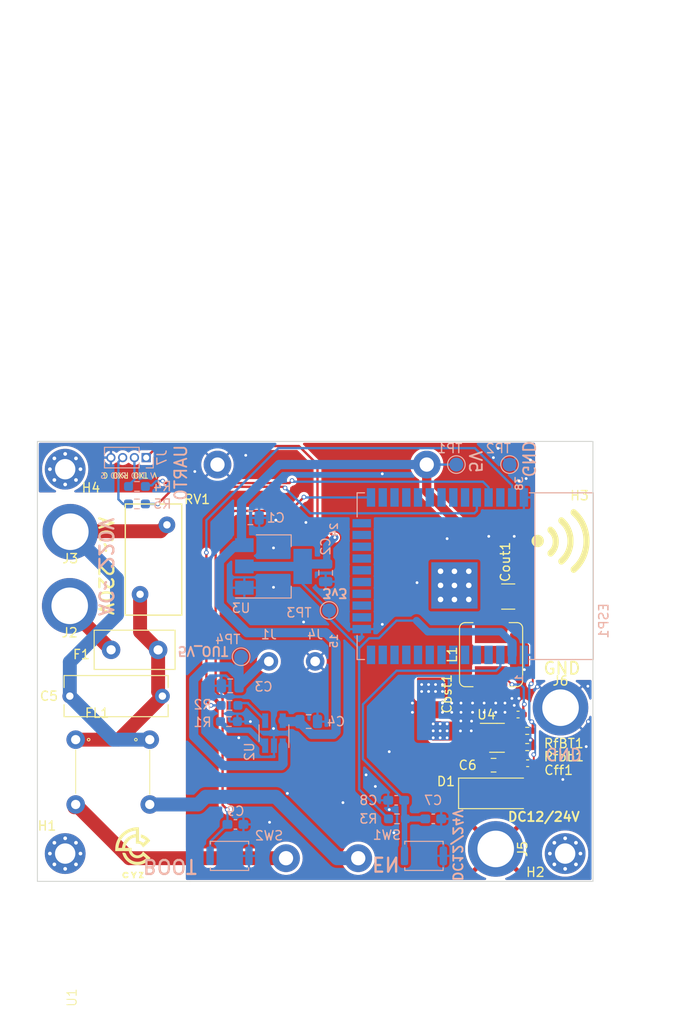
<source format=kicad_pcb>
(kicad_pcb (version 20221018) (generator pcbnew)
  (layers (0 "F.Cu" signal) (31 "B.Cu" signal) (34 "B.Paste" user) (35 "F.Paste" user) (36 "B.SilkS" user "B.Silkscreen") (37 "F.SilkS" user "F.Silkscreen") (38 "B.Mask" user) (39 "F.Mask" user) (44 "Edge.Cuts" user))
  (net 0 "")
  (net 1 "5V")
  (net 2 "GND")
  (net 3 "/EN")
  (net 4 "/IO0")
  (net 5 "Net-(ESP1-RXD0)")
  (net 17 "Net-(ESP1-TXD0)")
  (net 27 "/TXD0")
  (net 36 "/RXD0")
  (net 38 "3V3")
  (net 39 "5V_OUT")
  (net 40 "Net-(C5-Pad1)")
  (net 41 "Net-(U1-AC1)")
  (net 42 "Net-(U1-AC2)")
  (net 43 "Net-(U2-SET)")
  (net 44 "Net-(U2-EN)")
  (net 45 "/CHARGER_EN")
  (net 46 "Net-(J3-Pin_1)")
  (net 47 "Net-(J2-Pin_1)")
  (net 48 "Net-(D1-K)")
  (net 49 "Net-(U4-FB)")
  (net 50 "Net-(U4-BOOT)")
  (net 51 "Net-(U4-SW)")
  (net 52 "Net-(D1-A)")
  (footprint "Capacitor_SMD:C_0402_1005Metric_Pad0.74x0.62mm_HandSolder" (layer "F.Cu") (at 151.924 90.62)
    (fp_text reference "Cbst1")
    (fp_text value "100nF")
  )
  (footprint "Capacitor_THT:C_Rect_L11.0mm_W4.2mm_P10.00mm_MKT" (layer "F.Cu") (at 113.51 88.63 180)
    (fp_text reference "C5")
    (fp_text value "0.1uF ")
  )
  (footprint "Resistor_SMD:R_0402_1005Metric_Pad0.72x0.64mm_HandSolder" (layer "F.Cu") (at 152.9125 92.38)
    (fp_text reference "RfBT1")
    (fp_text value "100k" hide)
  )
  (footprint "LOGO" (layer "F.Cu") (at 156.51 71.88 -90)
    (fp_text reference "G***" hide)
    (fp_text value "LOGO" hide)
  )
  (footprint "YZ-Connector:BlockTerminal" (layer "F.Cu") (at 156.51 89.88)
    (fp_text reference "J6")
    (fp_text value "Conn_01x01_Socket")
  )
  (footprint "Diode_SMD:D_SMA_Handsoldering" (layer "F.Cu") (at 150.01 99.13)
    (fp_text reference "D1")
    (fp_text value "D")
  )
  (footprint "LOGO" (layer "F.Cu") (at 111.044 105.39)
    (fp_text reference "G***" hide)
    (fp_text value "LOGO" hide)
  )
  (footprint "MountingHole:MountingHole_2.2mm_M2_Pad_Via" (layer "F.Cu") (at 103.01 64.13)
    (fp_text reference "H4")
    (fp_text value "MountingHole")
  )
  (footprint "Capacitor_SMD:C_1210_3225Metric_Pad1.33x2.70mm_HandSolder" (layer "F.Cu") (at 150.86 77.88)
    (fp_text reference "Cout1")
    (fp_text value "47uF")
  )
  (footprint "Capacitor_SMD:C_0402_1005Metric_Pad0.74x0.62mm_HandSolder" (layer "F.Cu") (at 152.96 95.88 180)
    (fp_text reference "Cff1")
    (fp_text value "68pF" hide)
  )
  (footprint "MountingHole:MountingHole_2.2mm_M2_Pad_Via" (layer "F.Cu") (at 103.01 105.63)
    (fp_text reference "H1")
    (fp_text value "MountingHole")
  )
  (footprint "Inductor_SMD:L_Bourns_SRP7028A_7.3x6.6mm" (layer "F.Cu") (at 149.01 84.155 90)
    (fp_text reference "L1")
    (fp_text value "L")
  )
  (footprint "YZ-Connector:BlockTerminal" (layer "F.Cu") (at 103.564 70.88 180)
    (fp_text reference "J3")
    (fp_text value "Conn_01x01_Socket")
  )
  (footprint "YZ-Connector:BlockTerminal" (layer "F.Cu") (at 103.5 78.88 180)
    (fp_text reference "J2")
    (fp_text value "Conn_01x01_Socket")
  )
  (footprint "Resistor_SMD:R_0402_1005Metric_Pad0.72x0.64mm_HandSolder" (layer "F.Cu") (at 152.9125 94.13 180)
    (fp_text reference "Rfbb1")
    (fp_text value "13.7k" hide)
  )
  (footprint "Capacitor_SMD:C_0805_2012Metric" (layer "F.Cu") (at 149.28 96.09)
    (fp_text reference "C6")
    (fp_text value "10uF")
  )
  (footprint "YZ-PWR:UU9.8" (layer "F.Cu") (at 102.644 93.83)
    (fp_text reference "FL1")
    (fp_text value "Filter_EMI_CommonMode")
  )
  (footprint "MountingHole:MountingHole_2.2mm_M2_Pad_Via" (layer "F.Cu") (at 157.01 105.63)
    (fp_text reference "H2")
    (fp_text value "MountingHole")
  )
  (footprint "Varistor:RV_Disc_D12mm_W6.1mm_P7.5mm" (layer "F.Cu") (at 111.1 77.6375 90)
    (fp_text reference "RV1")
    (fp_text value "Varistor")
  )
  (footprint "MountingHole:MountingHole_2.2mm_M2_ISO14580" (layer "F.Cu") (at 157.01 64.13)
    (fp_text reference "H3")
    (fp_text value "MountingHole")
  )
  (footprint "YZ-Connector:BlockTerminal" (layer "F.Cu") (at 149.51 105.13 -90)
    (fp_text reference "J5")
    (fp_text value "Conn_01x01_Socket")
  )
  (footprint "Fuse:Fuse_Littelfuse_395Series" (layer "F.Cu") (at 107.97 83.63)
    (fp_text reference "F1")
    (fp_text value "2010T1A250V")
  )
  (footprint "Package_TO_SOT_SMD:SOT-23-6" (layer "F.Cu") (at 149.6475 93.13)
    (fp_text reference "U4")
    (fp_text value "TPS54202DDC" hide)
  )
  (footprint "YZ-PWR:HLK-10M05" (layer "F.Cu") (at 116.51 108.63 90)
    (fp_text reference "U1")
    (fp_text value "HLK_5V")
  )
  (footprint "Capacitor_SMD:C_0805_2012Metric" (layer "B.Cu") (at 129.31 91.38 180)
    (fp_text reference "C4")
    (fp_text value "10uF")
  )
  (footprint "Capacitor_SMD:C_0805_2012Metric" (layer "B.Cu") (at 131.141589 75.32 -90)
    (fp_text reference "C2")
    (fp_text value "10uF")
  )
  (footprint "Capacitor_SMD:C_0603_1608Metric_Pad1.08x0.95mm_HandSolder" (layer "B.Cu") (at 142.76 101.88)
    (fp_text reference "C7")
    (fp_text value "0.1uF")
  )
  (footprint "YZ-PWR:springNeedle" (layer "B.Cu") (at 125.01 84.88 180)
    (fp_text reference "J1")
    (fp_text value "Conn_01x01_Socket")
  )
  (footprint "TestPoint:TestPoint_Pad_D1.5mm" (layer "B.Cu") (at 145.26 63.63)
    (fp_text reference "TP1")
    (fp_text value "TestPoint")
  )
  (footprint "Resistor_SMD:R_0603_1608Metric_Pad0.98x0.95mm_HandSolder" (layer "B.Cu") (at 120.76 89.63 180)
    (fp_text reference "R2")
    (fp_text value "0")
  )
  (footprint "YZ-PWR:springNeedle" (layer "B.Cu") (at 130.01 84.88 180)
    (fp_text reference "J4")
    (fp_text value "Conn_01x01_Socket")
  )
  (footprint "Resistor_SMD:R_0603_1608Metric_Pad0.98x0.95mm_HandSolder" (layer "B.Cu") (at 120.6975 91.38)
    (fp_text reference "R1")
    (fp_text value "4.6k")
  )
  (footprint "TestPoint:TestPoint_Pad_D1.5mm" (layer "B.Cu") (at 122.01 84.38 180)
    (fp_text reference "TP4")
    (fp_text value "TestPoint")
  )
  (footprint "TestPoint:TestPoint_Pad_D1.5mm" (layer "B.Cu") (at 131.51 79.38 180)
    (fp_text reference "TP3")
    (fp_text value "TestPoint")
  )
  (footprint "Resistor_SMD:R_0603_1608Metric_Pad0.98x0.95mm_HandSolder" (layer "B.Cu") (at 110.76 67.88 180)
    (fp_text reference "R5")
    (fp_text value "0")
  )
  (footprint "Package_TO_SOT_SMD:SOT-23-5_HandSoldering" (layer "B.Cu") (at 125.56 92.63 90)
    (fp_text reference "U2")
    (fp_text value "MT9700")
  )
  (footprint "TestPoint:TestPoint_Pad_D1.5mm" (layer "B.Cu") (at 151.01 63.63)
    (fp_text reference "TP2")
    (fp_text value "TestPoint")
  )
  (footprint "YZ-ICs:ESP32-SOLO-1" (layer "B.Cu") (at 134.54 75.68 90)
    (fp_text reference "ESP1")
    (fp_text value "ESP32-SOLO-1")
  )
  (footprint "Package_TO_SOT_SMD:SOT-223-3_TabPin2" (layer "B.Cu") (at 125.51 74.63)
    (fp_text reference "U3")
    (fp_text value "AMS1117-3.3")
  )
  (footprint "Resistor_SMD:R_0603_1608Metric_Pad0.98x0.95mm_HandSolder" (layer "B.Cu") (at 138.8475 101.88)
    (fp_text reference "R3")
    (fp_text value "10k")
  )
  (footprint "Resistor_SMD:R_0603_1608Metric_Pad0.98x0.95mm_HandSolder" (layer "B.Cu") (at 110.764 65.99 180)
    (fp_text reference "R4")
    (fp_text value "0")
  )
  (footprint "Button_Switch_SMD:SW_Push_SPST_NO_Alps_SKRK" (layer "B.Cu") (at 120.76 105.88 180)
    (fp_text reference "SW2")
    (fp_text value "SW_Push")
  )
  (footprint "Button_Switch_SMD:SW_Push_SPST_NO_Alps_SKRK" (layer "B.Cu") (at 141.76 105.88 180)
    (fp_text reference "SW1")
    (fp_text value "SW_Push")
  )
  (footprint "Connector_PinHeader_1.27mm:PinHeader_1x04_P1.27mm_Vertical" (layer "B.Cu") (at 111.76 62.88 90)
    (fp_text reference "J7")
    (fp_text value "Conn_01x04_Pin")
  )
  (footprint "Capacitor_SMD:C_0603_1608Metric_Pad1.08x0.95mm_HandSolder" (layer "B.Cu") (at 121.3975 102.48 180)
    (fp_text reference "C9")
    (fp_text value "0.1uF")
  )
  (footprint "Capacitor_SMD:C_0805_2012Metric" (layer "B.Cu") (at 123.01 69.38)
    (fp_text reference "C1")
    (fp_text value "47uF")
  )
  (footprint "Capacitor_SMD:C_0805_2012Metric" (layer "B.Cu") (at 120.834 87.52)
    (fp_text reference "C3")
    (fp_text value "10uF")
  )
  (footprint "Capacitor_SMD:C_0603_1608Metric_Pad1.08x0.95mm_HandSolder" (layer "B.Cu") (at 138.76 99.88)
    (fp_text reference "C8")
    (fp_text value "0.1uF")
  )
  (gr_line (start 116.51 108.63) (end 160.01 108.63) (stroke (width 0.1)) (layer "Edge.Cuts"))
  (gr_line (start 116.51 108.63) (end 100.01 108.63) (stroke (width 0.1)) (layer "Edge.Cuts"))
  (gr_line (start 116.51 61.13) (end 160.01 61.13) (stroke (width 0.1)) (layer "Edge.Cuts"))
  (gr_line (start 100.01 61.13) (end 100.01 108.63) (stroke (width 0.1)) (layer "Edge.Cuts"))
  (gr_line (start 160.01 108.63) (end 160.01 61.13) (stroke (width 0.1)) (layer "Edge.Cuts"))
  (gr_line (start 116.51 61.13) (end 100.01 61.13) (stroke (width 0.1)) (layer "Edge.Cuts"))
  (gr_text "DC12/24V\n" (at 144.794 108.72 -90) (layer "B.SilkS") (effects (font (size 1 1) (thickness 0.2)) (justify left bottom mirror)))
  (gr_text "5V_OUT" (at 115.054 83.18 180) (layer "B.SilkS") (effects (font (size 1 1) (thickness 0.2)) (justify left bottom mirror)))
  (gr_text "UART0" (at 116.26 61.38 90) (layer "B.SilkS") (effects (font (size 1.3 1.3) (thickness 0.2)) (justify left bottom mirror)))
  (gr_text "V TXD RXD G" (at 112.774 65.19) (layer "B.SilkS") (effects (font (size 0.6 0.6) (thickness 0.1)) (justify left bottom mirror)))
  (gr_text "AC~ 220V\n" (at 106.51 80.13 -90) (layer "B.SilkS") (effects (font (size 1.5 1.5) (thickness 0.25) bold) (justify left bottom mirror)))
  (gr_text "EN" (at 136.01 105.88 180) (layer "B.SilkS") (effects (font (size 1.5 1.5) (thickness 0.25) bold) (justify left bottom mirror)))
  (gr_text "5V" (at 146.544 64.64 -90) (layer "B.SilkS") (effects (font (size 1.3 1.3) (thickness 0.2)) (justify left bottom mirror)))
  (gr_text "3v3" (at 130.684 76.93 180) (layer "B.SilkS") (effects (font (size 1 1) (thickness 0.2)) (justify left bottom mirror)))
  (gr_text "GND" (at 152.294 65.14 -90) (layer "B.SilkS") (effects (font (size 1.3 1.3) (thickness 0.2)) (justify left bottom mirror)))
  (gr_text "BOOT" (at 111.26 106.13 180) (layer "B.SilkS") (effects (font (size 1.5 1.5) (thickness 0.25) bold) (justify left bottom mirror)))
  (gr_text "GND" (at 154.734 94.12 180) (layer "B.SilkS") (effects (font (size 1.3 1.3) (thickness 0.2)) (justify left bottom mirror)))
  (gr_text "GND" (at 154.554 86.39) (layer "F.SilkS") (effects (font (size 1.3 1.3) (thickness 0.2)) (justify left bottom)))
  (gr_text "AC~ 220V\n" (at 106.51 69.13 -90) (layer "F.SilkS") (effects (font (size 1.5 1.5) (thickness 0.25) bold) (justify left bottom)))
  (gr_text "V TXD RXD G" (at 112.994 64.43 180) (layer "F.SilkS") (effects (font (size 0.6 0.6) (thickness 0.1)) (justify left bottom)))
  (gr_text "DC12/24V\n" (at 150.714 102.25) (layer "F.SilkS") (effects (font (size 1 1) (thickness 0.2)) (justify left bottom)))
  (segment (start 153.51 92.38) (end 153.51 91.51155) (width 0.25) (layer "F.Cu") (net 1))
  (segment (start 153.62 95.49) (end 153.48 95.63) (width 0.2) (layer "F.Cu") (net 1))
  (segment (start 153.401225 91.402775) (end 153.77 91.77155) (width 0.2) (layer "F.Cu") (net 1))
  (segment (start 149.01 73.53) (end 142.06 66.58) (width 1) (layer "F.Cu") (net 1))
  (segment (start 153.344 87.3) (end 153.51 87.134) (width 0.2) (layer "F.Cu") (net 1))
  (segment (start 153.51 91.51155) (end 153.401225 91.402775) (width 0.25) (layer "F.Cu") (net 1))
  (segment (start 153.62 94.94) (end 153.62 95.49) (width 0.2) (layer "F.Cu") (net 1))
  (segment (start 153.51 87.134) (end 153.51 82.95) (width 0.2) (layer "F.Cu") (net 1))
  (segment (start 153.77 91.77155) (end 153.77 92.12) (width 0.2) (layer "F.Cu") (net 1))
  (segment (start 149.01 81.43) (end 149.01 73.53) (width 1) (layer "F.Cu") (net 1))
  (segment (start 153.51 82.95) (end 151.99 81.43) (width 0.2) (layer "F.Cu") (net 1))
  (segment (start 142.06 66.58) (end 142.06 63.63) (width 1) (layer "F.Cu") (net 1))
  (segment (start 151.99 81.43) (end 149.01 81.43) (width 0.2) (layer "F.Cu") (net 1))
  (via (at 153.344 87.3) (size 0.5) (drill 0.3) (layers "F.Cu" "B.Cu") (net 1))
  (via (at 153.62 94.94) (size 0.5) (drill 0.3) (layers "F.Cu" "B.Cu") (net 1))
  (via (at 153.401225 91.402775) (size 0.5) (drill 0.3) (layers "F.Cu" "B.Cu") (net 1))
  (segment (start 122.06 69.38) (end 122.06 72.03) (width 1) (layer "B.Cu") (net 1))
  (segment (start 131.16 81.78) (end 132.26 82.88) (width 1) (layer "B.Cu") (net 1))
  (segment (start 153.294 87.3) (end 153.134 87.46) (width 0.25) (layer "B.Cu") (net 1))
  (segment (start 126.61 91.38) (end 126.51 91.28) (width 1) (layer "B.Cu") (net 1))
  (segment (start 131.985 92.755) (end 129.637208 92.755) (width 1) (layer "B.Cu") (net 1))
  (segment (start 132.26 82.88) (end 132.26 92.48) (width 1) (layer "B.Cu") (net 1))
  (segment (start 153.344 87.3) (end 153.294 87.3) (width 0.25) (layer "B.Cu") (net 1))
  (segment (start 153.134 87.46) (end 153.134 91.13555) (width 0.25) (layer "B.Cu") (net 1))
  (segment (start 119.66 74.08) (end 119.66 78.78) (width 1) (layer "B.Cu") (net 1))
  (segment (start 132.26 92.48) (end 131.985 92.755) (width 1) (layer "B.Cu") (net 1))
  (segment (start 122.66 81.78) (end 131.16 81.78) (width 1) (layer "B.Cu") (net 1))
  (segment (start 119.66 78.78) (end 122.66 81.78) (width 1) (layer "B.Cu") (net 1))
  (segment (start 142.06 63.63) (end 126.11 63.63) (width 1) (layer "B.Cu") (net 1))
  (segment (start 128.36 91.38) (end 126.61 91.38) (width 1) (layer "B.Cu") (net 1))
  (segment (start 122.06 72.03) (end 122.36 72.33) (width 1) (layer "B.Cu") (net 1))
  (segment (start 122.06 67.68) (end 122.06 69.38) (width 1) (layer "B.Cu") (net 1))
  (segment (start 145.26 63.63) (end 142.06 63.63) (width 0.25) (layer "B.Cu") (net 1))
  (segment (start 128.36 91.477792) (end 128.36 91.38) (width 1) (layer "B.Cu") (net 1))
  (segment (start 153.77 91.77155) (end 153.77 94.79) (width 0.2) (layer "B.Cu") (net 1))
  (segment (start 122.36 72.33) (end 121.41 72.33) (width 1) (layer "B.Cu") (net 1))
  (segment (start 121.41 72.33) (end 119.66 74.08) (width 1) (layer "B.Cu") (net 1))
  (segment (start 153.77 94.79) (end 153.62 94.94) (width 0.2) (layer "B.Cu") (net 1))
  (segment (start 153.401225 91.402775) (end 153.77 91.77155) (width 0.2) (layer "B.Cu") (net 1))
  (segment (start 126.11 63.63) (end 122.06 67.68) (width 1) (layer "B.Cu") (net 1))
  (segment (start 153.134 91.13555) (end 153.694225 91.695775) (width 0.25) (layer "B.Cu") (net 1))
  (segment (start 129.637208 92.755) (end 128.36 91.477792) (width 1) (layer "B.Cu") (net 1))
  (segment (start 153.51 93.63) (end 153.26 93.38) (width 0.6) (layer "F.Cu") (net 2))
  (segment (start 153.51 94.13) (end 153.51 93.63) (width 0.6) (layer "F.Cu") (net 2))
  (via (at 125.51 76.88) (size 0.5) (drill 0.3) (layers "F.Cu" "B.Cu") (net 2))
  (via (at 159.284 94.08) (size 0.5) (drill 0.3) (layers "F.Cu" "B.Cu") (net 2))
  (via (at 125.51 92.13) (size 0.5) (drill 0.3) (layers "F.Cu" "B.Cu") (net 2))
  (via (at 144.76 90.38) (size 0.5) (drill 0.3) (layers "F.Cu" "B.Cu") (net 2))
  (via (at 141.01 76.38) (size 0.5) (drill 0.3) (layers "F.Cu" "B.Cu") (net 2))
  (via (at 143.76 90.38) (size 0.5) (drill 0.3) (layers "F.Cu" "B.Cu") (net 2))
  (via (at 150.51 89.38) (size 0.5) (drill 0.3) (layers "F.Cu" "B.Cu") (net 2))
  (via (at 143.552 78.196) (size 0.8) (drill 0.6) (layers "F.Cu" "B.Cu") (net 2))
  (via (at 138.01 100.88) (size 0.5) (drill 0.3) (layers "F.Cu" "B.Cu") (net 2))
  (via (at 152.604 85.77) (size 0.5) (drill 0.3) (layers "F.Cu" "B.Cu") (net 2))
  (via (at 140.51 89.38) (size 0.5) (drill 0.3) (layers "F.Cu" "B.Cu") (net 2))
  (via (at 148.76 71.38) (size 0.5) (drill 0.3) (layers "F.Cu" "B.Cu") (net 2))
  (via (at 149.76 61.88) (size 0.5) (drill 0.3) (layers "F.Cu" "B.Cu") (net 2))
  (via (at 152.01 88.88) (size 0.5) (drill 0.3) (layers "F.Cu" "B.Cu") (net 2))
  (via (at 159.464 87.56) (size 0.5) (drill 0.3) (layers "F.Cu" "B.Cu") (net 2))
  (via (at 149.26 62.88) (size 0.5) (drill 0.3) (layers "F.Cu" "B.Cu") (net 2))
  (via (at 143.552 75.148) (size 0.8) (drill 0.6) (layers "F.Cu" "B.Cu") (net 2))
  (via (at 144.76 89.38) (size 0.5) (drill 0.3) (layers "F.Cu" "B.Cu") (net 2))
  (via (at 151.51 89.63) (size 0.5) (drill 0.3) (layers "F.Cu" "B.Cu") (net 2))
  (via (at 123.01 91.38) (size 0.5) (drill 0.3) (layers "F.Cu" "B.Cu") (net 2))
  (via (at 143.552 76.672) (size 0.8) (drill 0.6) (layers "F.Cu" "B.Cu") (net 2))
  (via (at 121.76 93.13) (size 0.5) (drill 0.3) (layers "F.Cu" "B.Cu") (net 2))
  (via (at 148.26 89.38) (size 0.5) (drill 0.3) (layers "F.Cu" "B.Cu") (net 2))
  (via (at 145.05 78.204) (size 0.8) (drill 0.6) (layers "F.Cu" "B.Cu") (net 2))
  (via (at 140.51 90.38) (size 0.5) (drill 0.3) (layers "F.Cu" "B.Cu") (net 2))
  (via (at 129.01 69.88) (size 0.5) (drill 0.3) (layers "F.Cu" "B.Cu") (net 2))
  (via (at 153.26 63.13) (size 0.5) (drill 0.3) (layers "F.Cu" "B.Cu") (net 2))
  (via (at 150.51 90.38) (size 0.5) (drill 0.3) (layers "F.Cu" "B.Cu") (net 2))
  (via (at 125.76 69.63) (size 0.5) (drill 0.3) (layers "F.Cu" "B.Cu") (net 2))
  (via (at 159.51 91.38) (size 0.5) (drill 0.3) (layers "F.Cu" "B.Cu") (net 2))
  (via (at 145.74 91.31) (size 0.5) (drill 0.3) (layers "F.Cu" "B.Cu") (net 2))
  (via (at 145.05 76.68) (size 0.8) (drill 0.6) (layers "F.Cu" "B.Cu") (net 2))
  (via (at 149.51 89.38) (size 0.5) (drill 0.3) (layers "F.Cu" "B.Cu") (net 2))
  (via (at 152.794 65.14) (size 0.5) (drill 0.3) (layers "F.Cu" "B.Cu") (net 2))
  (via (at 122.51 62.63) (size 0.5) (drill 0.3) (layers "F.Cu" "B.Cu") (net 2))
  (via (at 146.6 76.672) (size 0.8) (drill 0.6) (layers "F.Cu" "B.Cu") (net 2))
  (via (at 136.51 98.38) (size 0.5) (drill 0.3) (layers "F.Cu" "B.Cu") (net 2))
  (via (at 137.26 64.63) (size 0.5) (drill 0.3) (layers "F.Cu" "B.Cu") (net 2))
  (via (at 138.51 103.38) (size 0.5) (drill 0.3) (layers "F.Cu" "B.Cu") (net 2))
  (via (at 147.01 90.38) (size 0.5) (drill 0.3) (layers "F.Cu" "B.Cu") (net 2))
  (via (at 146.6 75.148) (size 0.8) (drill 0.6) (layers "F.Cu" "B.Cu") (net 2))
  (via (at 145.76 89.38) (size 0.5) (drill 0.3) (layers "F.Cu" "B.Cu") (net 2))
  (via (at 151.51 71.38) (size 0.5) (drill 0.3) (layers "F.Cu" "B.Cu") (net 2))
  (via (at 144.26 71.63) (size 0.5) (drill 0.3) (layers "F.Cu" "B.Cu") (net 2))
  (via (at 133.01 100.13) (size 0.5) (drill 0.3) (layers "F.Cu" "B.Cu") (net 2))
  (via (at 146.9 91.33) (size 0.5) (drill 0.3) (layers "F.Cu" "B.Cu") (net 2))
  (via (at 146.6 78.196) (size 0.8) (drill 0.6) (layers "F.Cu" "B.Cu") (net 2))
  (via (at 149.51 90.38) (size 0.5) (drill 0.3) (layers "F.Cu" "B.Cu") (net 2))
  (via (at 148.26 90.38) (size 0.5) (drill 0.3) (layers "F.Cu" "B.Cu") (net 2))
  (via (at 138.01 94.63) (size 0.5) (drill 0.3) (layers "F.Cu" "B.Cu") (net 2))
  (via (at 146.87 92.38) (size 0.5) (drill 0.3) (layers "F.Cu" "B.Cu") (net 2))
  (via (at 135.51 97.13) (size 0.5) (drill 0.3) (layers "F.Cu" "B.Cu") (net 2))
  (via (at 145.05 75.156) (size 0.8) (drill 0.6) (layers "F.Cu" "B.Cu") (net 2))
  (via (at 154.01 87.63) (size 0.5) (drill 0.3) (layers "F.Cu" "B.Cu") (net 2))
  (via (at 145.76 90.38) (size 0.5) (drill 0.3) (layers "F.Cu" "B.Cu") (net 2))
  (via (at 117.01 64.38) (size 0.5) (drill 0.3) (layers "F.Cu" "B.Cu") (net 2))
  (via (at 147.01 89.38) (size 0.5) (drill 0.3) (layers "F.Cu" "B.Cu") (net 2))
  (via (at 143.76 89.38) (size 0.5) (drill 0.3) (layers "F.Cu" "B.Cu") (net 2))
  (via (at 125.084 102.25) (size 0.5) (drill 0.3) (layers "F.Cu" "B.Cu") (net 2))
  (via (at 156.76 97.63) (size 0.5) (drill 0.3) (layers "F.Cu" "B.Cu") (net 2))
  (via (at 128.76 80.63) (size 0.5) (drill 0.3) (layers "F.Cu" "B.Cu") (net 2))
  (via (at 151.26 88.88) (size 0.5) (drill 0.3) (layers "F.Cu" "B.Cu") (net 2))
  (via (at 145.7 92.39) (size 0.5) (drill 0.3) (layers "F.Cu" "B.Cu") (net 2))
  (via (at 152.044 65.39) (size 0.5) (drill 0.3) (layers "F.Cu" "B.Cu") (net 2))
  (via (at 137.26 80.88) (size 0.5) (drill 0.3) (layers "F.Cu" "B.Cu") (net 2))
  (via (at 127.01 99.13) (size 0.5) (drill 0.3) (layers "F.Cu" "B.Cu") (net 2))
  (via (at 125.51 72.63) (size 0.5) (drill 0.3) (layers "F.Cu" "B.Cu") (net 2))
  (via (at 153.26 93.38) (size 0.5) (drill 0.3) (layers "F.Cu" "B.Cu") (net 2))
  (segment (start 141.8975 101.88) (end 139.76 101.88) (width 0.6) (layer "B.Cu") (net 3))
  (segment (start 135.21325 95.47075) (end 139.6225 99.88) (width 0.25) (layer "B.Cu") (net 3))
  (segment (start 139.6225 101.7425) (end 139.76 101.88) (width 0.6) (layer "B.Cu") (net 3))
  (segment (start 139.66 101.98) (end 139.76 101.88) (width 0.6) (layer "B.Cu") (net 3))
  (segment (start 150.01 84.18) (end 150.01 85.43) (width 0.25) (layer "B.Cu") (net 3))
  (segment (start 139.6225 99.88) (end 139.6225 101.7425) (width 0.6) (layer "B.Cu") (net 3))
  (segment (start 149.55 85.89) (end 138.794 85.89) (width 0.25) (layer "B.Cu") (net 3))
  (segment (start 135.16 89.524) (end 135.16 95.4175) (width 0.25) (layer "B.Cu") (net 3))
  (segment (start 150.01 85.43) (end 149.55 85.89) (width 0.25) (layer "B.Cu") (net 3))
  (segment (start 139.66 105.88) (end 139.66 101.98) (width 0.6) (layer "B.Cu") (net 3))
  (segment (start 135.16 95.4175) (end 135.21325 95.47075) (width 0.25) (layer "B.Cu") (net 3))
  (segment (start 138.794 85.89) (end 135.16 89.524) (width 0.25) (layer "B.Cu") (net 3))
  (segment (start 119.26 88.13) (end 119.26 70.63) (width 0.25) (layer "F.Cu") (net 4))
  (segment (start 119.26 70.63) (end 121.26 68.63) (width 0.25) (layer "F.Cu") (net 4))
  (segment (start 121.26 68.63) (end 127.304 68.63) (width 0.25) (layer "F.Cu") (net 4))
  (segment (start 120.01 100.38) (end 120.01 88.88) (width 0.25) (layer "F.Cu") (net 4))
  (segment (start 120.51 100.88) (end 120.01 100.38) (width 0.25) (layer "F.Cu") (net 4))
  (segment (start 127.304 68.63) (end 128.794 67.14) (width 0.25) (layer "F.Cu") (net 4))
  (segment (start 120.01 88.88) (end 119.26 88.13) (width 0.25) (layer "F.Cu") (net 4))
  (via (at 128.794 67.14) (size 0.5) (drill 0.3) (layers "F.Cu" "B.Cu") (net 4))
  (via (at 120.51 100.88) (size 0.5) (drill 0.3) (layers "F.Cu" "B.Cu") (net 4))
  (segment (start 120.535 100.905) (end 120.51 100.88) (width 0.25) (layer "B.Cu") (net 4))
  (segment (start 120.535 102.48) (end 120.535 100.905) (width 0.25) (layer "B.Cu") (net 4))
  (segment (start 118.66 104.355) (end 120.535 102.48) (width 0.25) (layer "B.Cu") (net 4))
  (segment (start 128.834 67.18) (end 136.04 67.18) (width 0.25) (layer "B.Cu") (net 4))
  (segment (start 128.794 67.14) (end 128.834 67.18) (width 0.25) (layer "B.Cu") (net 4))
  (segment (start 118.66 105.88) (end 118.66 104.355) (width 0.25) (layer "B.Cu") (net 4))
  (segment (start 126.635 66.03) (end 126.76 66.155) (width 0.25) (layer "F.Cu") (net 5))
  (segment (start 113.01 67.88) (end 114.86 66.03) (width 0.25) (layer "F.Cu") (net 5))
  (segment (start 114.86 66.03) (end 126.635 66.03) (width 0.25) (layer "F.Cu") (net 5))
  (via (at 113.01 67.88) (size 0.5) (drill 0.3) (layers "F.Cu" "B.Cu") (net 5))
  (via (at 126.76 66.155) (size 0.5) (drill 0.3) (layers "F.Cu" "B.Cu") (net 5))
  (segment (start 147.47 68.63) (end 147.21 68.89) (width 0.25) (layer "B.Cu") (net 5))
  (segment (start 113.01 67.88) (end 111.6725 67.88) (width 0.25) (layer "B.Cu") (net 5))
  (segment (start 129.495 68.89) (end 126.76 66.155) (width 0.25) (layer "B.Cu") (net 5))
  (segment (start 147.21 68.89) (end 129.495 68.89) (width 0.25) (layer "B.Cu") (net 5))
  (segment (start 147.47 68.63) (end 147.47 67.18) (width 0.25) (layer "B.Cu") (net 5))
  (segment (start 113.535 65.405) (end 113.76 65.63) (width 0.25) (layer "F.Cu") (net 17))
  (segment (start 113.76 65.63) (end 127.2355 65.63) (width 0.25) (layer "F.Cu") (net 17))
  (segment (start 127.2355 65.63) (end 127.51 65.3555) (width 0.25) (layer "F.Cu") (net 17))
  (via (at 127.51 65.3555) (size 0.5) (drill 0.3) (layers "F.Cu" "B.Cu") (net 17))
  (via (at 113.535 65.405) (size 0.5) (drill 0.3) (layers "F.Cu" "B.Cu") (net 17))
  (segment (start 111.6725 65.88) (end 112.36 65.88) (width 0.25) (layer "B.Cu") (net 17))
  (segment (start 148.74 66.086) (end 148.134 65.48) (width 0.25) (layer "B.Cu") (net 17))
  (segment (start 112.36 65.88) (end 112.835 65.405) (width 0.25) (layer "B.Cu") (net 17))
  (segment (start 127.6345 65.48) (end 127.51 65.3555) (width 0.25) (layer "B.Cu") (net 17))
  (segment (start 148.134 65.48) (end 127.6345 65.48) (width 0.25) (layer "B.Cu") (net 17))
  (segment (start 148.74 66.086) (end 148.74 67.18) (width 0.25) (layer "B.Cu") (net 17))
  (segment (start 112.835 65.405) (end 113.535 65.405) (width 0.25) (layer "B.Cu") (net 17))
  (segment (start 110.49 65.2375) (end 109.8475 65.88) (width 0.25) (layer "B.Cu") (net 27))
  (segment (start 110.49 62.88) (end 110.49 65.2375) (width 0.25) (layer "B.Cu") (net 27))
  (segment (start 109.22 62.88) (end 108.76 63.34) (width 0.25) (layer "B.Cu") (net 36))
  (segment (start 108.76 63.34) (end 108.76 67.38) (width 0.25) (layer "B.Cu") (net 36))
  (segment (start 109.26 67.88) (end 109.8475 67.88) (width 0.25) (layer "B.Cu") (net 36))
  (segment (start 108.76 67.38) (end 109.26 67.88) (width 0.25) (layer "B.Cu") (net 36))
  (segment (start 130.26 69.63) (end 132.135 71.505) (width 0.25) (layer "F.Cu") (net 38))
  (segment (start 130.26 63.63) (end 130.26 69.63) (width 0.25) (layer "F.Cu") (net 38))
  (segment (start 128.26 61.63) (end 130.26 63.63) (width 0.25) (layer "F.Cu") (net 38))
  (segment (start 113.01 61.63) (end 128.26 61.63) (width 0.25) (layer "F.Cu") (net 38))
  (segment (start 111.76 62.88) (end 113.01 61.63) (width 0.25) (layer "F.Cu") (net 38))
  (via (at 132.135 71.505) (size 0.5) (drill 0.3) (layers "F.Cu" "B.Cu") (net 38))
  (segment (start 142.16 81.68) (end 150.06 81.68) (width 0.8) (layer "B.Cu") (net 38))
  (segment (start 134.76 83.46) (end 134.76 98.705) (width 0.25) (layer "B.Cu") (net 38))
  (segment (start 140.96 80.48) (end 142.16 81.68) (width 0.8) (layer "B.Cu") (net 38))
  (segment (start 151.28 84.18) (end 151.28 82.9) (width 1) (layer "B.Cu") (net 38))
  (segment (start 122.36 74.63) (end 128.66 74.63) (width 1) (layer "B.Cu") (net 38))
  (segment (start 136.89137 82.38) (end 135.84 82.38) (width 0.25) (layer "B.Cu") (net 38))
  (segment (start 131.26 74.251589) (end 131.141589 74.37) (width 0.8) (layer "B.Cu") (net 38))
  (segment (start 134.76 83.46) (end 131.51 80.21) (width 0.25) (layer "B.Cu") (net 38))
  (segment (start 135.84 82.38) (end 134.76 83.46) (width 0.25) (layer "B.Cu") (net 38))
  (segment (start 132.135 71.505) (end 131.26 72.38) (width 0.8) (layer "B.Cu") (net 38))
  (segment (start 131.26 72.38) (end 131.26 74.251589) (width 0.8) (layer "B.Cu") (net 38))
  (segment (start 131.51 80.21) (end 131.51 79.38) (width 0.25) (layer "B.Cu") (net 38))
  (segment (start 128.66 76.53) (end 128.66 74.63) (width 0.25) (layer "B.Cu") (net 38))
  (segment (start 128.92 74.37) (end 128.66 74.63) (width 1) (layer "B.Cu") (net 38))
  (segment (start 140.96 80.48) (end 138.79137 80.48) (width 0.25) (layer "B.Cu") (net 38))
  (segment (start 134.76 98.705) (end 137.935 101.88) (width 0.25) (layer "B.Cu") (net 38))
  (segment (start 131.141589 74.37) (end 128.92 74.37) (width 1) (layer "B.Cu") (net 38))
  (segment (start 138.79137 80.48) (end 136.89137 82.38) (width 0.25) (layer "B.Cu") (net 38))
  (segment (start 150.06 81.68) (end 151.28 82.9) (width 0.8) (layer "B.Cu") (net 38))
  (segment (start 131.51 79.38) (end 128.66 76.53) (width 0.25) (layer "B.Cu") (net 38))
  (segment (start 116.894 86.84) (end 116.894 92.96) (width 1) (layer "B.Cu") (net 39))
  (segment (start 126.344 96.13) (end 126.535 95.939) (width 1) (layer "B.Cu") (net 39))
  (segment (start 121.784 86.51) (end 120.754 85.48) (width 1) (layer "B.Cu") (net 39))
  (segment (start 120.064 96.13) (end 126.344 96.13) (width 1) (layer "B.Cu") (net 39))
  (segment (start 118.254 85.48) (end 116.894 86.84) (width 1) (layer "B.Cu") (net 39))
  (segment (start 125.01 84.88) (end 124.424 84.88) (width 1) (layer "B.Cu") (net 39))
  (segment (start 120.754 85.48) (end 118.254 85.48) (width 1) (layer "B.Cu") (net 39))
  (segment (start 121.784 87.52) (end 121.784 84.606) (width 1) (layer "B.Cu") (net 39))
  (segment (start 121.784 84.606) (end 122.01 84.38) (width 1) (layer "B.Cu") (net 39))
  (segment (start 116.894 92.96) (end 120.064 96.13) (width 1) (layer "B.Cu") (net 39))
  (segment (start 124.424 84.88) (end 121.784 87.52) (width 1) (layer "B.Cu") (net 39))
  (segment (start 121.784 87.52) (end 121.784 86.51) (width 1) (layer "B.Cu") (net 39))
  (segment (start 126.535 95.939) (end 126.535 93.98) (width 1) (layer "B.Cu") (net 39))
  (segment (start 111.1 77.6375) (end 111.1 81.69) (width 1.5) (layer "F.Cu") (net 40))
  (segment (start 108.81 93.33) (end 113.51 88.63) (width 1.5) (layer "F.Cu") (net 40))
  (segment (start 111.1 81.69) (end 113.05 83.64) (width 1.5) (layer "F.Cu") (net 40))
  (segment (start 113.05 88.17) (end 113.51 88.63) (width 1.5) (layer "F.Cu") (net 40))
  (segment (start 113.05 83.64) (end 113.05 88.17) (width 1.5) (layer "F.Cu") (net 40))
  (segment (start 104.144 93.33) (end 108.81 93.33) (width 1.5) (layer "F.Cu") (net 40))
  (segment (start 104.01 100.63) (end 104.004 100.63) (width 1.5) (layer "F.Cu") (net 41))
  (segment (start 126.86 106.13) (end 109.944 106.13) (width 1.5) (layer "F.Cu") (net 41))
  (segment (start 109.944 106.13) (end 104.144 100.33) (width 1.5) (layer "F.Cu") (net 41))
  (segment (start 132.383654 106.13) (end 125.753654 99.5) (width 1.5) (layer "B.Cu") (net 42))
  (segment (start 125.753654 99.5) (end 118.184 99.5) (width 1.5) (layer "B.Cu") (net 42))
  (segment (start 118.184 99.5) (end 117.354 100.33) (width 1.5) (layer "B.Cu") (net 42))
  (segment (start 117.354 100.33) (end 112.144 100.33) (width 1.5) (layer "B.Cu") (net 42))
  (segment (start 134.66 106.13) (end 132.383654 106.13) (width 1.5) (layer "B.Cu") (net 42))
  (segment (start 124.61 93.98) (end 122.935 92.305) (width 0.6) (layer "B.Cu") (net 43))
  (segment (start 120.71 92.305) (end 119.785 91.38) (width 0.6) (layer "B.Cu") (net 43))
  (segment (start 122.935 92.305) (end 120.71 92.305) (width 0.6) (layer "B.Cu") (net 43))
  (segment (start 122.76 89.43) (end 122.76 89.38) (width 0.25) (layer "B.Cu") (net 44))
  (segment (start 121.9225 89.38) (end 121.6725 89.63) (width 0.25) (layer "B.Cu") (net 44))
  (segment (start 124.61 91.28) (end 122.76 89.43) (width 0.25) (layer "B.Cu") (net 44))
  (segment (start 122.76 89.38) (end 121.9225 89.38) (width 0.25) (layer "B.Cu") (net 44))
  (segment (start 118.26 89.13) (end 118.76 89.63) (width 0.25) (layer "F.Cu") (net 45))
  (segment (start 118.26 73.13) (end 118.26 89.13) (width 0.25) (layer "F.Cu") (net 45))
  (via (at 118.76 89.63) (size 0.5) (drill 0.3) (layers "F.Cu" "B.Cu") (net 45))
  (via (at 118.26 73.13) (size 0.5) (drill 0.3) (layers "F.Cu" "B.Cu") (net 45))
  (segment (start 126.035 61.855) (end 118.26 69.63) (width 0.25) (layer "B.Cu") (net 45))
  (segment (start 118.26 69.63) (end 118.26 73.13) (width 0.25) (layer "B.Cu") (net 45))
  (segment (start 151.28 65.876) (end 151.28 67.18) (width 0.25) (layer "B.Cu") (net 45))
  (segment (start 147.259 61.855) (end 126.035 61.855) (width 0.25) (layer "B.Cu") (net 45))
  (segment (start 151.28 65.876) (end 147.259 61.855) (width 0.25) (layer "B.Cu") (net 45))
  (segment (start 118.76 89.63) (end 119.8475 89.63) (width 0.25) (layer "B.Cu") (net 45))
  (segment (start 113.3075 70.83) (end 114 70.1375) (width 1.5) (layer "F.Cu") (net 46))
  (segment (start 103.5 70.83) (end 113.3075 70.83) (width 1.5) (layer "F.Cu") (net 46))
  (segment (start 108.21 93.33) (end 112.144 93.33) (width 1.5) (layer "B.Cu") (net 46))
  (segment (start 108.604 75.934) (end 103.5 70.83) (width 1.5) (layer "B.Cu") (net 46))
  (segment (start 103.51 88.63) (end 103.51 84.944) (width 1.5) (layer "B.Cu") (net 46))
  (segment (start 103.51 88.63) (end 108.21 93.33) (width 1.5) (layer "B.Cu") (net 46))
  (segment (start 103.51 84.944) (end 108.604 79.85) (width 1.5) (layer "B.Cu") (net 46))
  (segment (start 108.604 79.85) (end 108.604 75.934) (width 1.5) (layer "B.Cu") (net 46))
  (segment (start 103.5 78.88) (end 103.5 79.16) (width 1.5) (layer "F.Cu") (net 47))
  (segment (start 103.5 79.16) (end 107.97 83.63) (width 1.5) (layer "F.Cu") (net 47))
  (segment (start 147.21 99.13) (end 145.51 99.13) (width 1.5) (layer "F.Cu") (net 48))
  (segment (start 152.315 94.13) (end 150.585 94.13) (width 0.25) (layer "F.Cu") (net 49))
  (segment (start 152.315 92.38) (end 152.315 95.6) (width 0.25) (layer "F.Cu") (net 49))
  (segment (start 152.315 95.6) (end 152.345 95.63) (width 0.25) (layer "F.Cu") (net 49))
  (segment (start 151.3565 91.6085) (end 150.785 92.18) (width 0.25) (layer "F.Cu") (net 50))
  (segment (start 151.3565 90.62) (end 151.3565 91.6085) (width 0.25) (layer "F.Cu") (net 50))
  (segment (start 152.4915 89.6225) (end 152.4915 90.62) (width 0.25) (layer "F.Cu") (net 51))
  (segment (start 150.76 86.88) (end 151.26 87.38) (width 0.2) (layer "F.Cu") (net 51))
  (segment (start 142.76 92.38) (end 142.76 91.63) (width 0.6) (layer "F.Cu") (net 51))
  (segment (start 143.51 91.63) (end 142.76 91.63) (width 0.6) (layer "F.Cu") (net 51))
  (segment (start 143.51 92.38) (end 143.51 93.13) (width 0.6) (layer "F.Cu") (net 51))
  (segment (start 143.51 91.63) (end 143.51 92.38) (width 0.6) (layer "F.Cu") (net 51))
  (segment (start 142.76 92.38) (end 143.51 92.38) (width 0.6) (layer "F.Cu") (net 51))
  (segment (start 146.51 93.13) (end 146.01 93.13) (width 0.6) (layer "F.Cu") (net 51))
  (segment (start 146.01 93.13) (end 145.51 93.13) (width 0.6) (layer "F.Cu") (net 51))
  (segment (start 142.76 93.13) (end 143.51 92.38) (width 0.6) (layer "F.Cu") (net 51))
  (segment (start 145.51 93.13) (end 142.76 93.13) (width 0.6) (layer "F.Cu") (net 51))
  (segment (start 152.604 89.51) (end 152.4915 89.6225) (width 0.25) (layer "F.Cu") (net 51))
  (segment (start 148.26 93.13) (end 146.51 93.13) (width 0.6) (layer "F.Cu") (net 51))
  (segment (start 149.01 86.88) (end 150.76 86.88) (width 0.2) (layer "F.Cu") (net 51))
  (segment (start 143.51 93.13) (end 143.9075 93.13) (width 0.6) (layer "F.Cu") (net 51))
  (via (at 144.26 92.38) (size 0.5) (drill 0.3) (layers "F.Cu" "B.Cu") (net 51))
  (via (at 143.51 92.38) (size 0.5) (drill 0.3) (layers "F.Cu" "B.Cu") (net 51))
  (via (at 143.76 87.38) (size 0.5) (drill 0.3) (layers "F.Cu" "B.Cu") (net 51))
  (via (at 143.01 87.38) (size 0.5) (drill 0.3) (layers "F.Cu" "B.Cu") (net 51))
  (via (at 142.76 91.63) (size 0.5) (drill 0.3) (layers "F.Cu" "B.Cu") (net 51))
  (via (at 143.51 93.13) (size 0.5) (drill 0.3) (layers "F.Cu" "B.Cu") (net 51))
  (via (at 143.01 88.13) (size 0.5) (drill 0.3) (layers "F.Cu" "B.Cu") (net 51))
  (via (at 144.26 91.63) (size 0.5) (drill 0.3) (layers "F.Cu" "B.Cu") (net 51))
  (via (at 142.26 87.38) (size 0.5) (drill 0.3) (layers "F.Cu" "B.Cu") (net 51))
  (via (at 141.51 87.38) (size 0.5) (drill 0.3) (layers "F.Cu" "B.Cu") (net 51))
  (via (at 141.51 88.13) (size 0.5) (drill 0.3) (layers "F.Cu" "B.Cu") (net 51))
  (via (at 144.26 93.13) (size 0.5) (drill 0.3) (layers "F.Cu" "B.Cu") (net 51))
  (via (at 142.76 93.13) (size 0.5) (drill 0.3) (layers "F.Cu" "B.Cu") (net 51))
  (via (at 151.26 87.38) (size 0.5) (drill 0.3) (layers "F.Cu" "B.Cu") (net 51))
  (via (at 143.76 88.13) (size 0.5) (drill 0.3) (layers "F.Cu" "B.Cu") (net 51))
  (via (at 143.51 91.63) (size 0.5) (drill 0.3) (layers "F.Cu" "B.Cu") (net 51))
  (via (at 152.604 89.51) (size 0.5) (drill 0.3) (layers "F.Cu" "B.Cu") (net 51))
  (via (at 142.26 88.13) (size 0.5) (drill 0.3) (layers "F.Cu" "B.Cu") (net 51))
  (via (at 142.76 92.38) (size 0.5) (drill 0.3) (layers "F.Cu" "B.Cu") (net 51))
  (segment (start 152.201851 87.38) (end 151.26 87.38) (width 0.25) (layer "B.Cu") (net 51))
  (segment (start 152.544 89.45) (end 152.544 87.722149) (width 0.25) (layer "B.Cu") (net 51))
  (segment (start 152.604 89.51) (end 152.544 89.45) (width 0.25) (layer "B.Cu") (net 51))
  (segment (start 152.544 87.722149) (end 152.201851 87.38) (width 0.25) (layer "B.Cu") (net 51))
  (zone (net 0) (net_name "") (layer "F.Cu") (connect_pads (clearance 0)) (min_thickness 0.25)
    (keepout (tracks allowed) (vias allowed) (pads allowed) (copperpour not_allowed) (footprints allowed))
    (fill (thermal_gap 0.5) (thermal_bridge_width 0.5))
    (polygon (pts (xy 151.26 90.13) (xy 151.26 96.88) (xy 154.76 96.84) (xy 154.76 91.84) (xy 153.024 91.86) (xy 153.004 89.39) (xy 152.39 89.39) (xy 152.39 90.14)))
  )
  (zone (net 51) (net_name "Net-(U4-SW)") (layer "F.Cu") (priority 2) (connect_pads (clearance 0.2)) (min_thickness 0.25) (fill yes (thermal_gap 0.5) (thermal_bridge_width 0.5))
    (polygon (pts (xy 145.01 93.38) (xy 142.51 93.38) (xy 142.51 91.38) (xy 145.01 91.38)))
  )
  (zone (net 48) (net_name "Net-(D1-K)") (layer "F.Cu") (priority 1) (connect_pads (clearance 0.5)) (min_thickness 0.25) (fill yes (thermal_gap 0.5) (thermal_bridge_width 0.5))
    (polygon (pts (xy 142.4975 100.63) (xy 142.4975 96.63) (xy 144.6975 96.63) (xy 144.6975 93.83) (xy 149.0975 93.83) (xy 149.0975 97.63) (xy 148.0975 97.63) (xy 148.0975 100.63)))
  )
  (zone (net 52) (net_name "Net-(D1-A)") (layer "F.Cu") (priority 4) (connect_pads (clearance 0.2)) (min_thickness 0.25) (fill yes (thermal_gap 0.5) (thermal_bridge_width 0.5))
    (polygon (pts (xy 150.51 98.13) (xy 150.51 102.13) (xy 146.76 102.13) (xy 146.76 107.88) (xy 154.26 107.88) (xy 154.26 98.13)))
  )
  (zone (net 51) (net_name "Net-(U4-SW)") (layer "F.Cu") (priority 3) (connect_pads (clearance 0.2)) (min_thickness 0.25) (fill yes (thermal_gap 0.5) (thermal_bridge_width 0.5))
    (polygon (pts (xy 141.01 88.88) (xy 141.01 86.63) (xy 150.76 86.63) (xy 150.76 88.88)))
  )
  (zone (net 2) (net_name "GND") (layers "F&B.Cu") (connect_pads (clearance 0.3)) (min_thickness 0.25) (fill yes (thermal_gap 0.25) (thermal_bridge_width 0.25))
    (polygon (pts (xy 100 60) (xy 100 110) (xy 170 110) (xy 170 60)))
  )
  (zone (net 0) (net_name "") (layers "F&B.Cu") (connect_pads (clearance 0)) (min_thickness 0.25)
    (keepout (tracks not_allowed) (vias allowed) (pads allowed) (copperpour not_allowed) (footprints allowed))
    (fill (thermal_gap 0.5) (thermal_bridge_width 0.5))
    (polygon (pts (xy 160.01 60.67) (xy 160.01 86.88) (xy 153.76 86.88) (xy 153.76 60.67)))
  )
  (zone (net 0) (net_name "") (layers "F&B.Cu" "Edge.Cuts") (connect_pads (clearance 0)) (min_thickness 0.25)
    (keepout (tracks allowed) (vias allowed) (pads allowed) (copperpour not_allowed) (footprints allowed))
    (fill (thermal_gap 0.25) (thermal_bridge_width 0.25))
    (polygon (pts (xy 100.044 66.64) (xy 116.044 66.64) (xy 116.044 108.64) (xy 100.01 108.63) (xy 100.01 61.13)))
  )
  (zone (net 51) (net_name "Net-(U4-SW)") (layer "B.Cu") (priority 5) (connect_pads (clearance 0.2)) (min_thickness 0.25) (fill yes (thermal_gap 0.5) (thermal_bridge_width 0.5))
    (polygon (pts (xy 141.01 86.88) (xy 141.01 93.38) (xy 144.51 93.38) (xy 144.51 91.38) (xy 143.01 91.38) (xy 143.01 88.88) (xy 144.01 88.88) (xy 144.01 86.88) (xy 143.01 86.88)))
  )
)
</source>
